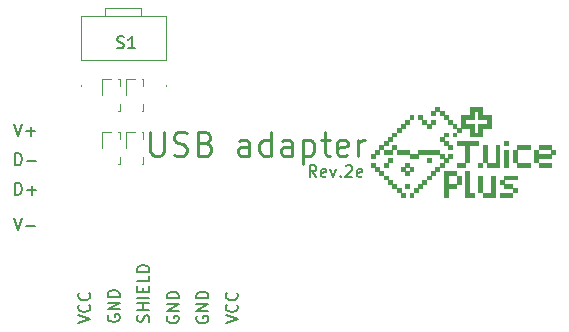
<source format=gto>
G04 #@! TF.GenerationSoftware,KiCad,Pcbnew,5.1.9+dfsg1-1+deb11u1*
G04 #@! TF.CreationDate,2023-07-30T21:54:34+09:00*
G04 #@! TF.ProjectId,tablet-usb-adapter,7461626c-6574-42d7-9573-622d61646170,rev?*
G04 #@! TF.SameCoordinates,Original*
G04 #@! TF.FileFunction,Legend,Top*
G04 #@! TF.FilePolarity,Positive*
%FSLAX46Y46*%
G04 Gerber Fmt 4.6, Leading zero omitted, Abs format (unit mm)*
G04 Created by KiCad (PCBNEW 5.1.9+dfsg1-1+deb11u1) date 2023-07-30 21:54:34*
%MOMM*%
%LPD*%
G01*
G04 APERTURE LIST*
%ADD10C,0.150000*%
%ADD11C,0.250000*%
%ADD12C,0.010000*%
%ADD13C,0.120000*%
%ADD14C,5.600000*%
%ADD15R,1.700000X1.700000*%
%ADD16O,1.700000X1.700000*%
%ADD17O,1.700000X1.950000*%
%ADD18C,3.500000*%
%ADD19R,1.524000X1.524000*%
%ADD20C,1.524000*%
%ADD21R,1.600000X1.600000*%
%ADD22O,1.600000X1.600000*%
%ADD23C,2.000000*%
%ADD24R,1.000000X1.000000*%
G04 APERTURE END LIST*
D10*
X125607142Y-77952380D02*
X125273809Y-77476190D01*
X125035714Y-77952380D02*
X125035714Y-76952380D01*
X125416666Y-76952380D01*
X125511904Y-77000000D01*
X125559523Y-77047619D01*
X125607142Y-77142857D01*
X125607142Y-77285714D01*
X125559523Y-77380952D01*
X125511904Y-77428571D01*
X125416666Y-77476190D01*
X125035714Y-77476190D01*
X126416666Y-77904761D02*
X126321428Y-77952380D01*
X126130952Y-77952380D01*
X126035714Y-77904761D01*
X125988095Y-77809523D01*
X125988095Y-77428571D01*
X126035714Y-77333333D01*
X126130952Y-77285714D01*
X126321428Y-77285714D01*
X126416666Y-77333333D01*
X126464285Y-77428571D01*
X126464285Y-77523809D01*
X125988095Y-77619047D01*
X126797619Y-77285714D02*
X127035714Y-77952380D01*
X127273809Y-77285714D01*
X127654761Y-77857142D02*
X127702380Y-77904761D01*
X127654761Y-77952380D01*
X127607142Y-77904761D01*
X127654761Y-77857142D01*
X127654761Y-77952380D01*
X128083333Y-77047619D02*
X128130952Y-77000000D01*
X128226190Y-76952380D01*
X128464285Y-76952380D01*
X128559523Y-77000000D01*
X128607142Y-77047619D01*
X128654761Y-77142857D01*
X128654761Y-77238095D01*
X128607142Y-77380952D01*
X128035714Y-77952380D01*
X128654761Y-77952380D01*
X129464285Y-77904761D02*
X129369047Y-77952380D01*
X129178571Y-77952380D01*
X129083333Y-77904761D01*
X129035714Y-77809523D01*
X129035714Y-77428571D01*
X129083333Y-77333333D01*
X129178571Y-77285714D01*
X129369047Y-77285714D01*
X129464285Y-77333333D01*
X129511904Y-77428571D01*
X129511904Y-77523809D01*
X129035714Y-77619047D01*
D11*
X111547619Y-74154761D02*
X111547619Y-75773809D01*
X111642857Y-75964285D01*
X111738095Y-76059523D01*
X111928571Y-76154761D01*
X112309523Y-76154761D01*
X112500000Y-76059523D01*
X112595238Y-75964285D01*
X112690476Y-75773809D01*
X112690476Y-74154761D01*
X113547619Y-76059523D02*
X113833333Y-76154761D01*
X114309523Y-76154761D01*
X114500000Y-76059523D01*
X114595238Y-75964285D01*
X114690476Y-75773809D01*
X114690476Y-75583333D01*
X114595238Y-75392857D01*
X114500000Y-75297619D01*
X114309523Y-75202380D01*
X113928571Y-75107142D01*
X113738095Y-75011904D01*
X113642857Y-74916666D01*
X113547619Y-74726190D01*
X113547619Y-74535714D01*
X113642857Y-74345238D01*
X113738095Y-74250000D01*
X113928571Y-74154761D01*
X114404761Y-74154761D01*
X114690476Y-74250000D01*
X116214285Y-75107142D02*
X116500000Y-75202380D01*
X116595238Y-75297619D01*
X116690476Y-75488095D01*
X116690476Y-75773809D01*
X116595238Y-75964285D01*
X116500000Y-76059523D01*
X116309523Y-76154761D01*
X115547619Y-76154761D01*
X115547619Y-74154761D01*
X116214285Y-74154761D01*
X116404761Y-74250000D01*
X116500000Y-74345238D01*
X116595238Y-74535714D01*
X116595238Y-74726190D01*
X116500000Y-74916666D01*
X116404761Y-75011904D01*
X116214285Y-75107142D01*
X115547619Y-75107142D01*
X119928571Y-76154761D02*
X119928571Y-75107142D01*
X119833333Y-74916666D01*
X119642857Y-74821428D01*
X119261904Y-74821428D01*
X119071428Y-74916666D01*
X119928571Y-76059523D02*
X119738095Y-76154761D01*
X119261904Y-76154761D01*
X119071428Y-76059523D01*
X118976190Y-75869047D01*
X118976190Y-75678571D01*
X119071428Y-75488095D01*
X119261904Y-75392857D01*
X119738095Y-75392857D01*
X119928571Y-75297619D01*
X121738095Y-76154761D02*
X121738095Y-74154761D01*
X121738095Y-76059523D02*
X121547619Y-76154761D01*
X121166666Y-76154761D01*
X120976190Y-76059523D01*
X120880952Y-75964285D01*
X120785714Y-75773809D01*
X120785714Y-75202380D01*
X120880952Y-75011904D01*
X120976190Y-74916666D01*
X121166666Y-74821428D01*
X121547619Y-74821428D01*
X121738095Y-74916666D01*
X123547619Y-76154761D02*
X123547619Y-75107142D01*
X123452380Y-74916666D01*
X123261904Y-74821428D01*
X122880952Y-74821428D01*
X122690476Y-74916666D01*
X123547619Y-76059523D02*
X123357142Y-76154761D01*
X122880952Y-76154761D01*
X122690476Y-76059523D01*
X122595238Y-75869047D01*
X122595238Y-75678571D01*
X122690476Y-75488095D01*
X122880952Y-75392857D01*
X123357142Y-75392857D01*
X123547619Y-75297619D01*
X124500000Y-74821428D02*
X124500000Y-76821428D01*
X124500000Y-74916666D02*
X124690476Y-74821428D01*
X125071428Y-74821428D01*
X125261904Y-74916666D01*
X125357142Y-75011904D01*
X125452380Y-75202380D01*
X125452380Y-75773809D01*
X125357142Y-75964285D01*
X125261904Y-76059523D01*
X125071428Y-76154761D01*
X124690476Y-76154761D01*
X124500000Y-76059523D01*
X126023809Y-74821428D02*
X126785714Y-74821428D01*
X126309523Y-74154761D02*
X126309523Y-75869047D01*
X126404761Y-76059523D01*
X126595238Y-76154761D01*
X126785714Y-76154761D01*
X128214285Y-76059523D02*
X128023809Y-76154761D01*
X127642857Y-76154761D01*
X127452380Y-76059523D01*
X127357142Y-75869047D01*
X127357142Y-75107142D01*
X127452380Y-74916666D01*
X127642857Y-74821428D01*
X128023809Y-74821428D01*
X128214285Y-74916666D01*
X128309523Y-75107142D01*
X128309523Y-75297619D01*
X127357142Y-75488095D01*
X129166666Y-76154761D02*
X129166666Y-74821428D01*
X129166666Y-75202380D02*
X129261904Y-75011904D01*
X129357142Y-74916666D01*
X129547619Y-74821428D01*
X129738095Y-74821428D01*
D10*
X113000000Y-89761904D02*
X112952380Y-89857142D01*
X112952380Y-90000000D01*
X113000000Y-90142857D01*
X113095238Y-90238095D01*
X113190476Y-90285714D01*
X113380952Y-90333333D01*
X113523809Y-90333333D01*
X113714285Y-90285714D01*
X113809523Y-90238095D01*
X113904761Y-90142857D01*
X113952380Y-90000000D01*
X113952380Y-89904761D01*
X113904761Y-89761904D01*
X113857142Y-89714285D01*
X113523809Y-89714285D01*
X113523809Y-89904761D01*
X113952380Y-89285714D02*
X112952380Y-89285714D01*
X113952380Y-88714285D01*
X112952380Y-88714285D01*
X113952380Y-88238095D02*
X112952380Y-88238095D01*
X112952380Y-88000000D01*
X113000000Y-87857142D01*
X113095238Y-87761904D01*
X113190476Y-87714285D01*
X113380952Y-87666666D01*
X113523809Y-87666666D01*
X113714285Y-87714285D01*
X113809523Y-87761904D01*
X113904761Y-87857142D01*
X113952380Y-88000000D01*
X113952380Y-88238095D01*
X111404761Y-90212023D02*
X111452380Y-90069166D01*
X111452380Y-89831071D01*
X111404761Y-89735833D01*
X111357142Y-89688214D01*
X111261904Y-89640595D01*
X111166666Y-89640595D01*
X111071428Y-89688214D01*
X111023809Y-89735833D01*
X110976190Y-89831071D01*
X110928571Y-90021547D01*
X110880952Y-90116785D01*
X110833333Y-90164404D01*
X110738095Y-90212023D01*
X110642857Y-90212023D01*
X110547619Y-90164404D01*
X110500000Y-90116785D01*
X110452380Y-90021547D01*
X110452380Y-89783452D01*
X110500000Y-89640595D01*
X111452380Y-89212023D02*
X110452380Y-89212023D01*
X110928571Y-89212023D02*
X110928571Y-88640595D01*
X111452380Y-88640595D02*
X110452380Y-88640595D01*
X111452380Y-88164404D02*
X110452380Y-88164404D01*
X110928571Y-87688214D02*
X110928571Y-87354880D01*
X111452380Y-87212023D02*
X111452380Y-87688214D01*
X110452380Y-87688214D01*
X110452380Y-87212023D01*
X111452380Y-86307261D02*
X111452380Y-86783452D01*
X110452380Y-86783452D01*
X111452380Y-85973928D02*
X110452380Y-85973928D01*
X110452380Y-85735833D01*
X110500000Y-85592976D01*
X110595238Y-85497738D01*
X110690476Y-85450119D01*
X110880952Y-85402500D01*
X111023809Y-85402500D01*
X111214285Y-85450119D01*
X111309523Y-85497738D01*
X111404761Y-85592976D01*
X111452380Y-85735833D01*
X111452380Y-85973928D01*
X115500000Y-89761904D02*
X115452380Y-89857142D01*
X115452380Y-90000000D01*
X115500000Y-90142857D01*
X115595238Y-90238095D01*
X115690476Y-90285714D01*
X115880952Y-90333333D01*
X116023809Y-90333333D01*
X116214285Y-90285714D01*
X116309523Y-90238095D01*
X116404761Y-90142857D01*
X116452380Y-90000000D01*
X116452380Y-89904761D01*
X116404761Y-89761904D01*
X116357142Y-89714285D01*
X116023809Y-89714285D01*
X116023809Y-89904761D01*
X116452380Y-89285714D02*
X115452380Y-89285714D01*
X116452380Y-88714285D01*
X115452380Y-88714285D01*
X116452380Y-88238095D02*
X115452380Y-88238095D01*
X115452380Y-88000000D01*
X115500000Y-87857142D01*
X115595238Y-87761904D01*
X115690476Y-87714285D01*
X115880952Y-87666666D01*
X116023809Y-87666666D01*
X116214285Y-87714285D01*
X116309523Y-87761904D01*
X116404761Y-87857142D01*
X116452380Y-88000000D01*
X116452380Y-88238095D01*
X117952380Y-90333333D02*
X118952380Y-90000000D01*
X117952380Y-89666666D01*
X118857142Y-88761904D02*
X118904761Y-88809523D01*
X118952380Y-88952380D01*
X118952380Y-89047619D01*
X118904761Y-89190476D01*
X118809523Y-89285714D01*
X118714285Y-89333333D01*
X118523809Y-89380952D01*
X118380952Y-89380952D01*
X118190476Y-89333333D01*
X118095238Y-89285714D01*
X118000000Y-89190476D01*
X117952380Y-89047619D01*
X117952380Y-88952380D01*
X118000000Y-88809523D01*
X118047619Y-88761904D01*
X118857142Y-87761904D02*
X118904761Y-87809523D01*
X118952380Y-87952380D01*
X118952380Y-88047619D01*
X118904761Y-88190476D01*
X118809523Y-88285714D01*
X118714285Y-88333333D01*
X118523809Y-88380952D01*
X118380952Y-88380952D01*
X118190476Y-88333333D01*
X118095238Y-88285714D01*
X118000000Y-88190476D01*
X117952380Y-88047619D01*
X117952380Y-87952380D01*
X118000000Y-87809523D01*
X118047619Y-87761904D01*
X105452380Y-90333333D02*
X106452380Y-90000000D01*
X105452380Y-89666666D01*
X106357142Y-88761904D02*
X106404761Y-88809523D01*
X106452380Y-88952380D01*
X106452380Y-89047619D01*
X106404761Y-89190476D01*
X106309523Y-89285714D01*
X106214285Y-89333333D01*
X106023809Y-89380952D01*
X105880952Y-89380952D01*
X105690476Y-89333333D01*
X105595238Y-89285714D01*
X105500000Y-89190476D01*
X105452380Y-89047619D01*
X105452380Y-88952380D01*
X105500000Y-88809523D01*
X105547619Y-88761904D01*
X106357142Y-87761904D02*
X106404761Y-87809523D01*
X106452380Y-87952380D01*
X106452380Y-88047619D01*
X106404761Y-88190476D01*
X106309523Y-88285714D01*
X106214285Y-88333333D01*
X106023809Y-88380952D01*
X105880952Y-88380952D01*
X105690476Y-88333333D01*
X105595238Y-88285714D01*
X105500000Y-88190476D01*
X105452380Y-88047619D01*
X105452380Y-87952380D01*
X105500000Y-87809523D01*
X105547619Y-87761904D01*
X108000000Y-89640595D02*
X107952380Y-89735833D01*
X107952380Y-89878690D01*
X108000000Y-90021547D01*
X108095238Y-90116785D01*
X108190476Y-90164404D01*
X108380952Y-90212023D01*
X108523809Y-90212023D01*
X108714285Y-90164404D01*
X108809523Y-90116785D01*
X108904761Y-90021547D01*
X108952380Y-89878690D01*
X108952380Y-89783452D01*
X108904761Y-89640595D01*
X108857142Y-89592976D01*
X108523809Y-89592976D01*
X108523809Y-89783452D01*
X108952380Y-89164404D02*
X107952380Y-89164404D01*
X108952380Y-88592976D01*
X107952380Y-88592976D01*
X108952380Y-88116785D02*
X107952380Y-88116785D01*
X107952380Y-87878690D01*
X108000000Y-87735833D01*
X108095238Y-87640595D01*
X108190476Y-87592976D01*
X108380952Y-87545357D01*
X108523809Y-87545357D01*
X108714285Y-87592976D01*
X108809523Y-87640595D01*
X108904761Y-87735833D01*
X108952380Y-87878690D01*
X108952380Y-88116785D01*
X100047619Y-81452380D02*
X100380952Y-82452380D01*
X100714285Y-81452380D01*
X101047619Y-82071428D02*
X101809523Y-82071428D01*
X100119047Y-79452380D02*
X100119047Y-78452380D01*
X100357142Y-78452380D01*
X100500000Y-78500000D01*
X100595238Y-78595238D01*
X100642857Y-78690476D01*
X100690476Y-78880952D01*
X100690476Y-79023809D01*
X100642857Y-79214285D01*
X100595238Y-79309523D01*
X100500000Y-79404761D01*
X100357142Y-79452380D01*
X100119047Y-79452380D01*
X101119047Y-79071428D02*
X101880952Y-79071428D01*
X101500000Y-79452380D02*
X101500000Y-78690476D01*
X100119047Y-76952380D02*
X100119047Y-75952380D01*
X100357142Y-75952380D01*
X100500000Y-76000000D01*
X100595238Y-76095238D01*
X100642857Y-76190476D01*
X100690476Y-76380952D01*
X100690476Y-76523809D01*
X100642857Y-76714285D01*
X100595238Y-76809523D01*
X100500000Y-76904761D01*
X100357142Y-76952380D01*
X100119047Y-76952380D01*
X101119047Y-76571428D02*
X101880952Y-76571428D01*
X100047619Y-73452380D02*
X100380952Y-74452380D01*
X100714285Y-73452380D01*
X101047619Y-74071428D02*
X101809523Y-74071428D01*
X101428571Y-74452380D02*
X101428571Y-73690476D01*
D12*
G36*
X139659467Y-72337934D02*
G01*
X139329267Y-72337934D01*
X139329267Y-72007734D01*
X139659467Y-72007734D01*
X139659467Y-72337934D01*
G37*
X139659467Y-72337934D02*
X139329267Y-72337934D01*
X139329267Y-72007734D01*
X139659467Y-72007734D01*
X139659467Y-72337934D01*
G36*
X139295400Y-72337934D02*
G01*
X138965200Y-72337934D01*
X138965200Y-72007734D01*
X139295400Y-72007734D01*
X139295400Y-72337934D01*
G37*
X139295400Y-72337934D02*
X138965200Y-72337934D01*
X138965200Y-72007734D01*
X139295400Y-72007734D01*
X139295400Y-72337934D01*
G36*
X138931334Y-72337934D02*
G01*
X138601134Y-72337934D01*
X138601134Y-72007734D01*
X138931334Y-72007734D01*
X138931334Y-72337934D01*
G37*
X138931334Y-72337934D02*
X138601134Y-72337934D01*
X138601134Y-72007734D01*
X138931334Y-72007734D01*
X138931334Y-72337934D01*
G36*
X136018800Y-72337934D02*
G01*
X135688600Y-72337934D01*
X135688600Y-72007734D01*
X136018800Y-72007734D01*
X136018800Y-72337934D01*
G37*
X136018800Y-72337934D02*
X135688600Y-72337934D01*
X135688600Y-72007734D01*
X136018800Y-72007734D01*
X136018800Y-72337934D01*
G36*
X139659467Y-72702000D02*
G01*
X139329267Y-72702000D01*
X139329267Y-72371800D01*
X139659467Y-72371800D01*
X139659467Y-72702000D01*
G37*
X139659467Y-72702000D02*
X139329267Y-72702000D01*
X139329267Y-72371800D01*
X139659467Y-72371800D01*
X139659467Y-72702000D01*
G36*
X138931334Y-72702000D02*
G01*
X138601134Y-72702000D01*
X138601134Y-72371800D01*
X138931334Y-72371800D01*
X138931334Y-72702000D01*
G37*
X138931334Y-72702000D02*
X138601134Y-72702000D01*
X138601134Y-72371800D01*
X138931334Y-72371800D01*
X138931334Y-72702000D01*
G36*
X136382867Y-72702000D02*
G01*
X136052667Y-72702000D01*
X136052667Y-72371800D01*
X136382867Y-72371800D01*
X136382867Y-72702000D01*
G37*
X136382867Y-72702000D02*
X136052667Y-72702000D01*
X136052667Y-72371800D01*
X136382867Y-72371800D01*
X136382867Y-72702000D01*
G36*
X135654734Y-72702000D02*
G01*
X135324534Y-72702000D01*
X135324534Y-72371800D01*
X135654734Y-72371800D01*
X135654734Y-72702000D01*
G37*
X135654734Y-72702000D02*
X135324534Y-72702000D01*
X135324534Y-72371800D01*
X135654734Y-72371800D01*
X135654734Y-72702000D01*
G36*
X140387600Y-73066067D02*
G01*
X140057400Y-73066067D01*
X140057400Y-72735867D01*
X140387600Y-72735867D01*
X140387600Y-73066067D01*
G37*
X140387600Y-73066067D02*
X140057400Y-73066067D01*
X140057400Y-72735867D01*
X140387600Y-72735867D01*
X140387600Y-73066067D01*
G36*
X140023534Y-73066067D02*
G01*
X139693334Y-73066067D01*
X139693334Y-72735867D01*
X140023534Y-72735867D01*
X140023534Y-73066067D01*
G37*
X140023534Y-73066067D02*
X139693334Y-73066067D01*
X139693334Y-72735867D01*
X140023534Y-72735867D01*
X140023534Y-73066067D01*
G36*
X139659467Y-73066067D02*
G01*
X139329267Y-73066067D01*
X139329267Y-72735867D01*
X139659467Y-72735867D01*
X139659467Y-73066067D01*
G37*
X139659467Y-73066067D02*
X139329267Y-73066067D01*
X139329267Y-72735867D01*
X139659467Y-72735867D01*
X139659467Y-73066067D01*
G36*
X138931334Y-73066067D02*
G01*
X138601134Y-73066067D01*
X138601134Y-72735867D01*
X138931334Y-72735867D01*
X138931334Y-73066067D01*
G37*
X138931334Y-73066067D02*
X138601134Y-73066067D01*
X138601134Y-72735867D01*
X138931334Y-72735867D01*
X138931334Y-73066067D01*
G36*
X138567267Y-73066067D02*
G01*
X138237067Y-73066067D01*
X138237067Y-72735867D01*
X138567267Y-72735867D01*
X138567267Y-73066067D01*
G37*
X138567267Y-73066067D02*
X138237067Y-73066067D01*
X138237067Y-72735867D01*
X138567267Y-72735867D01*
X138567267Y-73066067D01*
G36*
X138203200Y-73066067D02*
G01*
X137873000Y-73066067D01*
X137873000Y-72735867D01*
X138203200Y-72735867D01*
X138203200Y-73066067D01*
G37*
X138203200Y-73066067D02*
X137873000Y-73066067D01*
X137873000Y-72735867D01*
X138203200Y-72735867D01*
X138203200Y-73066067D01*
G36*
X136746933Y-73066067D02*
G01*
X136416733Y-73066067D01*
X136416733Y-72735867D01*
X136746933Y-72735867D01*
X136746933Y-73066067D01*
G37*
X136746933Y-73066067D02*
X136416733Y-73066067D01*
X136416733Y-72735867D01*
X136746933Y-72735867D01*
X136746933Y-73066067D01*
G36*
X134562534Y-73066067D02*
G01*
X134232334Y-73066067D01*
X134232334Y-72735867D01*
X134562534Y-72735867D01*
X134562534Y-73066067D01*
G37*
X134562534Y-73066067D02*
X134232334Y-73066067D01*
X134232334Y-72735867D01*
X134562534Y-72735867D01*
X134562534Y-73066067D01*
G36*
X133834400Y-73066067D02*
G01*
X133504200Y-73066067D01*
X133504200Y-72735867D01*
X133834400Y-72735867D01*
X133834400Y-73066067D01*
G37*
X133834400Y-73066067D02*
X133504200Y-73066067D01*
X133504200Y-72735867D01*
X133834400Y-72735867D01*
X133834400Y-73066067D01*
G36*
X138203200Y-73430133D02*
G01*
X137873000Y-73430133D01*
X137873000Y-73099934D01*
X138203200Y-73099934D01*
X138203200Y-73430133D01*
G37*
X138203200Y-73430133D02*
X137873000Y-73430133D01*
X137873000Y-73099934D01*
X138203200Y-73099934D01*
X138203200Y-73430133D01*
G36*
X137111000Y-73430133D02*
G01*
X136780800Y-73430133D01*
X136780800Y-73099934D01*
X137111000Y-73099934D01*
X137111000Y-73430133D01*
G37*
X137111000Y-73430133D02*
X136780800Y-73430133D01*
X136780800Y-73099934D01*
X137111000Y-73099934D01*
X137111000Y-73430133D01*
G36*
X135654734Y-73430133D02*
G01*
X135324534Y-73430133D01*
X135324534Y-73099934D01*
X135654734Y-73099934D01*
X135654734Y-73430133D01*
G37*
X135654734Y-73430133D02*
X135324534Y-73430133D01*
X135324534Y-73099934D01*
X135654734Y-73099934D01*
X135654734Y-73430133D01*
G36*
X134926600Y-73430133D02*
G01*
X134596400Y-73430133D01*
X134596400Y-73099934D01*
X134926600Y-73099934D01*
X134926600Y-73430133D01*
G37*
X134926600Y-73430133D02*
X134596400Y-73430133D01*
X134596400Y-73099934D01*
X134926600Y-73099934D01*
X134926600Y-73430133D01*
G36*
X133470333Y-73430133D02*
G01*
X133140133Y-73430133D01*
X133140133Y-73099934D01*
X133470333Y-73099934D01*
X133470333Y-73430133D01*
G37*
X133470333Y-73430133D02*
X133140133Y-73430133D01*
X133140133Y-73099934D01*
X133470333Y-73099934D01*
X133470333Y-73430133D01*
G36*
X140387600Y-73438600D02*
G01*
X140057400Y-73438600D01*
X140057400Y-73108400D01*
X140387600Y-73108400D01*
X140387600Y-73438600D01*
G37*
X140387600Y-73438600D02*
X140057400Y-73438600D01*
X140057400Y-73108400D01*
X140387600Y-73108400D01*
X140387600Y-73438600D01*
G36*
X140387600Y-73794200D02*
G01*
X140057400Y-73794200D01*
X140057400Y-73464000D01*
X140387600Y-73464000D01*
X140387600Y-73794200D01*
G37*
X140387600Y-73794200D02*
X140057400Y-73794200D01*
X140057400Y-73464000D01*
X140387600Y-73464000D01*
X140387600Y-73794200D01*
G36*
X140023534Y-73794200D02*
G01*
X139693334Y-73794200D01*
X139693334Y-73464000D01*
X140023534Y-73464000D01*
X140023534Y-73794200D01*
G37*
X140023534Y-73794200D02*
X139693334Y-73794200D01*
X139693334Y-73464000D01*
X140023534Y-73464000D01*
X140023534Y-73794200D01*
G36*
X139659467Y-73794200D02*
G01*
X139329267Y-73794200D01*
X139329267Y-73464000D01*
X139659467Y-73464000D01*
X139659467Y-73794200D01*
G37*
X139659467Y-73794200D02*
X139329267Y-73794200D01*
X139329267Y-73464000D01*
X139659467Y-73464000D01*
X139659467Y-73794200D01*
G36*
X138931334Y-73794200D02*
G01*
X138601134Y-73794200D01*
X138601134Y-73464000D01*
X138931334Y-73464000D01*
X138931334Y-73794200D01*
G37*
X138931334Y-73794200D02*
X138601134Y-73794200D01*
X138601134Y-73464000D01*
X138931334Y-73464000D01*
X138931334Y-73794200D01*
G36*
X138567267Y-73794200D02*
G01*
X138237067Y-73794200D01*
X138237067Y-73464000D01*
X138567267Y-73464000D01*
X138567267Y-73794200D01*
G37*
X138567267Y-73794200D02*
X138237067Y-73794200D01*
X138237067Y-73464000D01*
X138567267Y-73464000D01*
X138567267Y-73794200D01*
G36*
X138203200Y-73794200D02*
G01*
X137873000Y-73794200D01*
X137873000Y-73464000D01*
X138203200Y-73464000D01*
X138203200Y-73794200D01*
G37*
X138203200Y-73794200D02*
X137873000Y-73794200D01*
X137873000Y-73464000D01*
X138203200Y-73464000D01*
X138203200Y-73794200D01*
G36*
X137475067Y-73794200D02*
G01*
X137144867Y-73794200D01*
X137144867Y-73464000D01*
X137475067Y-73464000D01*
X137475067Y-73794200D01*
G37*
X137475067Y-73794200D02*
X137144867Y-73794200D01*
X137144867Y-73464000D01*
X137475067Y-73464000D01*
X137475067Y-73794200D01*
G36*
X135290667Y-73794200D02*
G01*
X134960467Y-73794200D01*
X134960467Y-73464000D01*
X135290667Y-73464000D01*
X135290667Y-73794200D01*
G37*
X135290667Y-73794200D02*
X134960467Y-73794200D01*
X134960467Y-73464000D01*
X135290667Y-73464000D01*
X135290667Y-73794200D01*
G36*
X133106267Y-73794200D02*
G01*
X132776067Y-73794200D01*
X132776067Y-73464000D01*
X133106267Y-73464000D01*
X133106267Y-73794200D01*
G37*
X133106267Y-73794200D02*
X132776067Y-73794200D01*
X132776067Y-73464000D01*
X133106267Y-73464000D01*
X133106267Y-73794200D01*
G36*
X139659467Y-74158267D02*
G01*
X139329267Y-74158267D01*
X139329267Y-73828067D01*
X139659467Y-73828067D01*
X139659467Y-74158267D01*
G37*
X139659467Y-74158267D02*
X139329267Y-74158267D01*
X139329267Y-73828067D01*
X139659467Y-73828067D01*
X139659467Y-74158267D01*
G36*
X138931334Y-74158267D02*
G01*
X138601134Y-74158267D01*
X138601134Y-73828067D01*
X138931334Y-73828067D01*
X138931334Y-74158267D01*
G37*
X138931334Y-74158267D02*
X138601134Y-74158267D01*
X138601134Y-73828067D01*
X138931334Y-73828067D01*
X138931334Y-74158267D01*
G36*
X137839133Y-74158267D02*
G01*
X137508933Y-74158267D01*
X137508933Y-73828067D01*
X137839133Y-73828067D01*
X137839133Y-74158267D01*
G37*
X137839133Y-74158267D02*
X137508933Y-74158267D01*
X137508933Y-73828067D01*
X137839133Y-73828067D01*
X137839133Y-74158267D01*
G36*
X132742200Y-74158267D02*
G01*
X132412000Y-74158267D01*
X132412000Y-73828067D01*
X132742200Y-73828067D01*
X132742200Y-74158267D01*
G37*
X132742200Y-74158267D02*
X132412000Y-74158267D01*
X132412000Y-73828067D01*
X132742200Y-73828067D01*
X132742200Y-74158267D01*
G36*
X139659467Y-74522334D02*
G01*
X139329267Y-74522334D01*
X139329267Y-74192134D01*
X139659467Y-74192134D01*
X139659467Y-74522334D01*
G37*
X139659467Y-74522334D02*
X139329267Y-74522334D01*
X139329267Y-74192134D01*
X139659467Y-74192134D01*
X139659467Y-74522334D01*
G36*
X139295400Y-74522334D02*
G01*
X138965200Y-74522334D01*
X138965200Y-74192134D01*
X139295400Y-74192134D01*
X139295400Y-74522334D01*
G37*
X139295400Y-74522334D02*
X138965200Y-74522334D01*
X138965200Y-74192134D01*
X139295400Y-74192134D01*
X139295400Y-74522334D01*
G36*
X138931334Y-74522334D02*
G01*
X138601134Y-74522334D01*
X138601134Y-74192134D01*
X138931334Y-74192134D01*
X138931334Y-74522334D01*
G37*
X138931334Y-74522334D02*
X138601134Y-74522334D01*
X138601134Y-74192134D01*
X138931334Y-74192134D01*
X138931334Y-74522334D01*
G36*
X137475067Y-74522334D02*
G01*
X137144867Y-74522334D01*
X137144867Y-74192134D01*
X137475067Y-74192134D01*
X137475067Y-74522334D01*
G37*
X137475067Y-74522334D02*
X137144867Y-74522334D01*
X137144867Y-74192134D01*
X137475067Y-74192134D01*
X137475067Y-74522334D01*
G36*
X136746933Y-74522334D02*
G01*
X136416733Y-74522334D01*
X136416733Y-74192134D01*
X136746933Y-74192134D01*
X136746933Y-74522334D01*
G37*
X136746933Y-74522334D02*
X136416733Y-74522334D01*
X136416733Y-74192134D01*
X136746933Y-74192134D01*
X136746933Y-74522334D01*
G36*
X132378134Y-74522334D02*
G01*
X132047934Y-74522334D01*
X132047934Y-74192134D01*
X132378134Y-74192134D01*
X132378134Y-74522334D01*
G37*
X132378134Y-74522334D02*
X132047934Y-74522334D01*
X132047934Y-74192134D01*
X132378134Y-74192134D01*
X132378134Y-74522334D01*
G36*
X136382867Y-74886400D02*
G01*
X136052667Y-74886400D01*
X136052667Y-74556200D01*
X136382867Y-74556200D01*
X136382867Y-74886400D01*
G37*
X136382867Y-74886400D02*
X136052667Y-74886400D01*
X136052667Y-74556200D01*
X136382867Y-74556200D01*
X136382867Y-74886400D01*
G36*
X132014067Y-74886400D02*
G01*
X131683867Y-74886400D01*
X131683867Y-74556200D01*
X132014067Y-74556200D01*
X132014067Y-74886400D01*
G37*
X132014067Y-74886400D02*
X131683867Y-74886400D01*
X131683867Y-74556200D01*
X132014067Y-74556200D01*
X132014067Y-74886400D01*
G36*
X141843867Y-75250467D02*
G01*
X141513667Y-75250467D01*
X141513667Y-74920267D01*
X141843867Y-74920267D01*
X141843867Y-75250467D01*
G37*
X141843867Y-75250467D02*
X141513667Y-75250467D01*
X141513667Y-74920267D01*
X141843867Y-74920267D01*
X141843867Y-75250467D01*
G36*
X139295400Y-75250467D02*
G01*
X138965200Y-75250467D01*
X138965200Y-74920267D01*
X139295400Y-74920267D01*
X139295400Y-75250467D01*
G37*
X139295400Y-75250467D02*
X138965200Y-75250467D01*
X138965200Y-74920267D01*
X139295400Y-74920267D01*
X139295400Y-75250467D01*
G36*
X138931334Y-75250467D02*
G01*
X138601134Y-75250467D01*
X138601134Y-74920267D01*
X138931334Y-74920267D01*
X138931334Y-75250467D01*
G37*
X138931334Y-75250467D02*
X138601134Y-75250467D01*
X138601134Y-74920267D01*
X138931334Y-74920267D01*
X138931334Y-75250467D01*
G36*
X138567267Y-75250467D02*
G01*
X138237067Y-75250467D01*
X138237067Y-74920267D01*
X138567267Y-74920267D01*
X138567267Y-75250467D01*
G37*
X138567267Y-75250467D02*
X138237067Y-75250467D01*
X138237067Y-74920267D01*
X138567267Y-74920267D01*
X138567267Y-75250467D01*
G36*
X138203200Y-75250467D02*
G01*
X137873000Y-75250467D01*
X137873000Y-74920267D01*
X138203200Y-74920267D01*
X138203200Y-75250467D01*
G37*
X138203200Y-75250467D02*
X137873000Y-75250467D01*
X137873000Y-74920267D01*
X138203200Y-74920267D01*
X138203200Y-75250467D01*
G36*
X137839133Y-75250467D02*
G01*
X137508933Y-75250467D01*
X137508933Y-74920267D01*
X137839133Y-74920267D01*
X137839133Y-75250467D01*
G37*
X137839133Y-75250467D02*
X137508933Y-75250467D01*
X137508933Y-74920267D01*
X137839133Y-74920267D01*
X137839133Y-75250467D01*
G36*
X136746933Y-75250467D02*
G01*
X136416733Y-75250467D01*
X136416733Y-74920267D01*
X136746933Y-74920267D01*
X136746933Y-75250467D01*
G37*
X136746933Y-75250467D02*
X136416733Y-75250467D01*
X136416733Y-74920267D01*
X136746933Y-74920267D01*
X136746933Y-75250467D01*
G36*
X131650000Y-75250467D02*
G01*
X131319800Y-75250467D01*
X131319800Y-74920267D01*
X131650000Y-74920267D01*
X131650000Y-75250467D01*
G37*
X131650000Y-75250467D02*
X131319800Y-75250467D01*
X131319800Y-74920267D01*
X131650000Y-74920267D01*
X131650000Y-75250467D01*
G36*
X145484533Y-75614533D02*
G01*
X145154333Y-75614533D01*
X145154333Y-75284333D01*
X145484533Y-75284333D01*
X145484533Y-75614533D01*
G37*
X145484533Y-75614533D02*
X145154333Y-75614533D01*
X145154333Y-75284333D01*
X145484533Y-75284333D01*
X145484533Y-75614533D01*
G36*
X145120467Y-75614533D02*
G01*
X144790267Y-75614533D01*
X144790267Y-75284333D01*
X145120467Y-75284333D01*
X145120467Y-75614533D01*
G37*
X145120467Y-75614533D02*
X144790267Y-75614533D01*
X144790267Y-75284333D01*
X145120467Y-75284333D01*
X145120467Y-75614533D01*
G36*
X144756400Y-75614533D02*
G01*
X144426200Y-75614533D01*
X144426200Y-75284333D01*
X144756400Y-75284333D01*
X144756400Y-75614533D01*
G37*
X144756400Y-75614533D02*
X144426200Y-75614533D01*
X144426200Y-75284333D01*
X144756400Y-75284333D01*
X144756400Y-75614533D01*
G36*
X143664200Y-75614533D02*
G01*
X143334000Y-75614533D01*
X143334000Y-75284333D01*
X143664200Y-75284333D01*
X143664200Y-75614533D01*
G37*
X143664200Y-75614533D02*
X143334000Y-75614533D01*
X143334000Y-75284333D01*
X143664200Y-75284333D01*
X143664200Y-75614533D01*
G36*
X143300133Y-75614533D02*
G01*
X142969933Y-75614533D01*
X142969933Y-75284333D01*
X143300133Y-75284333D01*
X143300133Y-75614533D01*
G37*
X143300133Y-75614533D02*
X142969933Y-75614533D01*
X142969933Y-75284333D01*
X143300133Y-75284333D01*
X143300133Y-75614533D01*
G36*
X142936067Y-75614533D02*
G01*
X142605867Y-75614533D01*
X142605867Y-75284333D01*
X142936067Y-75284333D01*
X142936067Y-75614533D01*
G37*
X142936067Y-75614533D02*
X142605867Y-75614533D01*
X142605867Y-75284333D01*
X142936067Y-75284333D01*
X142936067Y-75614533D01*
G36*
X141115734Y-75614533D02*
G01*
X140785534Y-75614533D01*
X140785534Y-75284333D01*
X141115734Y-75284333D01*
X141115734Y-75614533D01*
G37*
X141115734Y-75614533D02*
X140785534Y-75614533D01*
X140785534Y-75284333D01*
X141115734Y-75284333D01*
X141115734Y-75614533D01*
G36*
X140023534Y-75614533D02*
G01*
X139693334Y-75614533D01*
X139693334Y-75284333D01*
X140023534Y-75284333D01*
X140023534Y-75614533D01*
G37*
X140023534Y-75614533D02*
X139693334Y-75614533D01*
X139693334Y-75284333D01*
X140023534Y-75284333D01*
X140023534Y-75614533D01*
G36*
X138567267Y-75614533D02*
G01*
X138237067Y-75614533D01*
X138237067Y-75284333D01*
X138567267Y-75284333D01*
X138567267Y-75614533D01*
G37*
X138567267Y-75614533D02*
X138237067Y-75614533D01*
X138237067Y-75284333D01*
X138567267Y-75284333D01*
X138567267Y-75614533D01*
G36*
X137111000Y-75614533D02*
G01*
X136780800Y-75614533D01*
X136780800Y-75284333D01*
X137111000Y-75284333D01*
X137111000Y-75614533D01*
G37*
X137111000Y-75614533D02*
X136780800Y-75614533D01*
X136780800Y-75284333D01*
X137111000Y-75284333D01*
X137111000Y-75614533D01*
G36*
X132378134Y-75614533D02*
G01*
X132047934Y-75614533D01*
X132047934Y-75284333D01*
X132378134Y-75284333D01*
X132378134Y-75614533D01*
G37*
X132378134Y-75614533D02*
X132047934Y-75614533D01*
X132047934Y-75284333D01*
X132378134Y-75284333D01*
X132378134Y-75614533D01*
G36*
X131285933Y-75614533D02*
G01*
X130955734Y-75614533D01*
X130955734Y-75284333D01*
X131285933Y-75284333D01*
X131285933Y-75614533D01*
G37*
X131285933Y-75614533D02*
X130955734Y-75614533D01*
X130955734Y-75284333D01*
X131285933Y-75284333D01*
X131285933Y-75614533D01*
G36*
X145848600Y-75978600D02*
G01*
X145518400Y-75978600D01*
X145518400Y-75648400D01*
X145848600Y-75648400D01*
X145848600Y-75978600D01*
G37*
X145848600Y-75978600D02*
X145518400Y-75978600D01*
X145518400Y-75648400D01*
X145848600Y-75648400D01*
X145848600Y-75978600D01*
G36*
X144392333Y-75978600D02*
G01*
X144062133Y-75978600D01*
X144062133Y-75648400D01*
X144392333Y-75648400D01*
X144392333Y-75978600D01*
G37*
X144392333Y-75978600D02*
X144062133Y-75978600D01*
X144062133Y-75648400D01*
X144392333Y-75648400D01*
X144392333Y-75978600D01*
G36*
X142572000Y-75978600D02*
G01*
X142241800Y-75978600D01*
X142241800Y-75648400D01*
X142572000Y-75648400D01*
X142572000Y-75978600D01*
G37*
X142572000Y-75978600D02*
X142241800Y-75978600D01*
X142241800Y-75648400D01*
X142572000Y-75648400D01*
X142572000Y-75978600D01*
G36*
X141843867Y-75978600D02*
G01*
X141513667Y-75978600D01*
X141513667Y-75648400D01*
X141843867Y-75648400D01*
X141843867Y-75978600D01*
G37*
X141843867Y-75978600D02*
X141513667Y-75978600D01*
X141513667Y-75648400D01*
X141843867Y-75648400D01*
X141843867Y-75978600D01*
G36*
X141115734Y-75978600D02*
G01*
X140785534Y-75978600D01*
X140785534Y-75648400D01*
X141115734Y-75648400D01*
X141115734Y-75978600D01*
G37*
X141115734Y-75978600D02*
X140785534Y-75978600D01*
X140785534Y-75648400D01*
X141115734Y-75648400D01*
X141115734Y-75978600D01*
G36*
X140023534Y-75978600D02*
G01*
X139693334Y-75978600D01*
X139693334Y-75648400D01*
X140023534Y-75648400D01*
X140023534Y-75978600D01*
G37*
X140023534Y-75978600D02*
X139693334Y-75978600D01*
X139693334Y-75648400D01*
X140023534Y-75648400D01*
X140023534Y-75978600D01*
G36*
X138567267Y-75978600D02*
G01*
X138237067Y-75978600D01*
X138237067Y-75648400D01*
X138567267Y-75648400D01*
X138567267Y-75978600D01*
G37*
X138567267Y-75978600D02*
X138237067Y-75978600D01*
X138237067Y-75648400D01*
X138567267Y-75648400D01*
X138567267Y-75978600D01*
G36*
X136018800Y-75978600D02*
G01*
X135688600Y-75978600D01*
X135688600Y-75648400D01*
X136018800Y-75648400D01*
X136018800Y-75978600D01*
G37*
X136018800Y-75978600D02*
X135688600Y-75978600D01*
X135688600Y-75648400D01*
X136018800Y-75648400D01*
X136018800Y-75978600D01*
G36*
X135654734Y-75978600D02*
G01*
X135324534Y-75978600D01*
X135324534Y-75648400D01*
X135654734Y-75648400D01*
X135654734Y-75978600D01*
G37*
X135654734Y-75978600D02*
X135324534Y-75978600D01*
X135324534Y-75648400D01*
X135654734Y-75648400D01*
X135654734Y-75978600D01*
G36*
X135290667Y-75978600D02*
G01*
X134960467Y-75978600D01*
X134960467Y-75648400D01*
X135290667Y-75648400D01*
X135290667Y-75978600D01*
G37*
X135290667Y-75978600D02*
X134960467Y-75978600D01*
X134960467Y-75648400D01*
X135290667Y-75648400D01*
X135290667Y-75978600D01*
G36*
X134926600Y-75978600D02*
G01*
X134596400Y-75978600D01*
X134596400Y-75648400D01*
X134926600Y-75648400D01*
X134926600Y-75978600D01*
G37*
X134926600Y-75978600D02*
X134596400Y-75978600D01*
X134596400Y-75648400D01*
X134926600Y-75648400D01*
X134926600Y-75978600D01*
G36*
X134562534Y-75978600D02*
G01*
X134232334Y-75978600D01*
X134232334Y-75648400D01*
X134562534Y-75648400D01*
X134562534Y-75978600D01*
G37*
X134562534Y-75978600D02*
X134232334Y-75978600D01*
X134232334Y-75648400D01*
X134562534Y-75648400D01*
X134562534Y-75978600D01*
G36*
X133470333Y-75978600D02*
G01*
X133140133Y-75978600D01*
X133140133Y-75648400D01*
X133470333Y-75648400D01*
X133470333Y-75978600D01*
G37*
X133470333Y-75978600D02*
X133140133Y-75978600D01*
X133140133Y-75648400D01*
X133470333Y-75648400D01*
X133470333Y-75978600D01*
G36*
X133106267Y-75978600D02*
G01*
X132776067Y-75978600D01*
X132776067Y-75648400D01*
X133106267Y-75648400D01*
X133106267Y-75978600D01*
G37*
X133106267Y-75978600D02*
X132776067Y-75978600D01*
X132776067Y-75648400D01*
X133106267Y-75648400D01*
X133106267Y-75978600D01*
G36*
X132742200Y-75978600D02*
G01*
X132412000Y-75978600D01*
X132412000Y-75648400D01*
X132742200Y-75648400D01*
X132742200Y-75978600D01*
G37*
X132742200Y-75978600D02*
X132412000Y-75978600D01*
X132412000Y-75648400D01*
X132742200Y-75648400D01*
X132742200Y-75978600D01*
G36*
X132014067Y-75978600D02*
G01*
X131683867Y-75978600D01*
X131683867Y-75648400D01*
X132014067Y-75648400D01*
X132014067Y-75978600D01*
G37*
X132014067Y-75978600D02*
X131683867Y-75978600D01*
X131683867Y-75648400D01*
X132014067Y-75648400D01*
X132014067Y-75978600D01*
G36*
X131650000Y-75978600D02*
G01*
X131319800Y-75978600D01*
X131319800Y-75648400D01*
X131650000Y-75648400D01*
X131650000Y-75978600D01*
G37*
X131650000Y-75978600D02*
X131319800Y-75978600D01*
X131319800Y-75648400D01*
X131650000Y-75648400D01*
X131650000Y-75978600D01*
G36*
X130921867Y-75978600D02*
G01*
X130591667Y-75978600D01*
X130591667Y-75648400D01*
X130921867Y-75648400D01*
X130921867Y-75978600D01*
G37*
X130921867Y-75978600D02*
X130591667Y-75978600D01*
X130591667Y-75648400D01*
X130921867Y-75648400D01*
X130921867Y-75978600D01*
G36*
X145484533Y-76342667D02*
G01*
X145154333Y-76342667D01*
X145154333Y-76012467D01*
X145484533Y-76012467D01*
X145484533Y-76342667D01*
G37*
X145484533Y-76342667D02*
X145154333Y-76342667D01*
X145154333Y-76012467D01*
X145484533Y-76012467D01*
X145484533Y-76342667D01*
G36*
X145120467Y-76342667D02*
G01*
X144790267Y-76342667D01*
X144790267Y-76012467D01*
X145120467Y-76012467D01*
X145120467Y-76342667D01*
G37*
X145120467Y-76342667D02*
X144790267Y-76342667D01*
X144790267Y-76012467D01*
X145120467Y-76012467D01*
X145120467Y-76342667D01*
G36*
X144756400Y-76342667D02*
G01*
X144426200Y-76342667D01*
X144426200Y-76012467D01*
X144756400Y-76012467D01*
X144756400Y-76342667D01*
G37*
X144756400Y-76342667D02*
X144426200Y-76342667D01*
X144426200Y-76012467D01*
X144756400Y-76012467D01*
X144756400Y-76342667D01*
G36*
X144392333Y-76342667D02*
G01*
X144062133Y-76342667D01*
X144062133Y-76012467D01*
X144392333Y-76012467D01*
X144392333Y-76342667D01*
G37*
X144392333Y-76342667D02*
X144062133Y-76342667D01*
X144062133Y-76012467D01*
X144392333Y-76012467D01*
X144392333Y-76342667D01*
G36*
X142572000Y-76342667D02*
G01*
X142241800Y-76342667D01*
X142241800Y-76012467D01*
X142572000Y-76012467D01*
X142572000Y-76342667D01*
G37*
X142572000Y-76342667D02*
X142241800Y-76342667D01*
X142241800Y-76012467D01*
X142572000Y-76012467D01*
X142572000Y-76342667D01*
G36*
X141843867Y-76342667D02*
G01*
X141513667Y-76342667D01*
X141513667Y-76012467D01*
X141843867Y-76012467D01*
X141843867Y-76342667D01*
G37*
X141843867Y-76342667D02*
X141513667Y-76342667D01*
X141513667Y-76012467D01*
X141843867Y-76012467D01*
X141843867Y-76342667D01*
G36*
X141115734Y-76342667D02*
G01*
X140785534Y-76342667D01*
X140785534Y-76012467D01*
X141115734Y-76012467D01*
X141115734Y-76342667D01*
G37*
X141115734Y-76342667D02*
X140785534Y-76342667D01*
X140785534Y-76012467D01*
X141115734Y-76012467D01*
X141115734Y-76342667D01*
G36*
X140023534Y-76342667D02*
G01*
X139693334Y-76342667D01*
X139693334Y-76012467D01*
X140023534Y-76012467D01*
X140023534Y-76342667D01*
G37*
X140023534Y-76342667D02*
X139693334Y-76342667D01*
X139693334Y-76012467D01*
X140023534Y-76012467D01*
X140023534Y-76342667D01*
G36*
X138567267Y-76342667D02*
G01*
X138237067Y-76342667D01*
X138237067Y-76012467D01*
X138567267Y-76012467D01*
X138567267Y-76342667D01*
G37*
X138567267Y-76342667D02*
X138237067Y-76342667D01*
X138237067Y-76012467D01*
X138567267Y-76012467D01*
X138567267Y-76342667D01*
G36*
X137111000Y-76342667D02*
G01*
X136780800Y-76342667D01*
X136780800Y-76012467D01*
X137111000Y-76012467D01*
X137111000Y-76342667D01*
G37*
X137111000Y-76342667D02*
X136780800Y-76342667D01*
X136780800Y-76012467D01*
X137111000Y-76012467D01*
X137111000Y-76342667D01*
G36*
X136382867Y-76342667D02*
G01*
X136052667Y-76342667D01*
X136052667Y-76012467D01*
X136382867Y-76012467D01*
X136382867Y-76342667D01*
G37*
X136382867Y-76342667D02*
X136052667Y-76342667D01*
X136052667Y-76012467D01*
X136382867Y-76012467D01*
X136382867Y-76342667D01*
G36*
X134198467Y-76342667D02*
G01*
X133868267Y-76342667D01*
X133868267Y-76012467D01*
X134198467Y-76012467D01*
X134198467Y-76342667D01*
G37*
X134198467Y-76342667D02*
X133868267Y-76342667D01*
X133868267Y-76012467D01*
X134198467Y-76012467D01*
X134198467Y-76342667D01*
G36*
X133834400Y-76342667D02*
G01*
X133504200Y-76342667D01*
X133504200Y-76012467D01*
X133834400Y-76012467D01*
X133834400Y-76342667D01*
G37*
X133834400Y-76342667D02*
X133504200Y-76342667D01*
X133504200Y-76012467D01*
X133834400Y-76012467D01*
X133834400Y-76342667D01*
G36*
X130557800Y-76342667D02*
G01*
X130227600Y-76342667D01*
X130227600Y-76012467D01*
X130557800Y-76012467D01*
X130557800Y-76342667D01*
G37*
X130557800Y-76342667D02*
X130227600Y-76342667D01*
X130227600Y-76012467D01*
X130557800Y-76012467D01*
X130557800Y-76342667D01*
G36*
X144392333Y-76706734D02*
G01*
X144062133Y-76706734D01*
X144062133Y-76376534D01*
X144392333Y-76376534D01*
X144392333Y-76706734D01*
G37*
X144392333Y-76706734D02*
X144062133Y-76706734D01*
X144062133Y-76376534D01*
X144392333Y-76376534D01*
X144392333Y-76706734D01*
G36*
X142572000Y-76706734D02*
G01*
X142241800Y-76706734D01*
X142241800Y-76376534D01*
X142572000Y-76376534D01*
X142572000Y-76706734D01*
G37*
X142572000Y-76706734D02*
X142241800Y-76706734D01*
X142241800Y-76376534D01*
X142572000Y-76376534D01*
X142572000Y-76706734D01*
G36*
X141843867Y-76706734D02*
G01*
X141513667Y-76706734D01*
X141513667Y-76376534D01*
X141843867Y-76376534D01*
X141843867Y-76706734D01*
G37*
X141843867Y-76706734D02*
X141513667Y-76706734D01*
X141513667Y-76376534D01*
X141843867Y-76376534D01*
X141843867Y-76706734D01*
G36*
X141115734Y-76706734D02*
G01*
X140785534Y-76706734D01*
X140785534Y-76376534D01*
X141115734Y-76376534D01*
X141115734Y-76706734D01*
G37*
X141115734Y-76706734D02*
X140785534Y-76706734D01*
X140785534Y-76376534D01*
X141115734Y-76376534D01*
X141115734Y-76706734D01*
G36*
X140023534Y-76706734D02*
G01*
X139693334Y-76706734D01*
X139693334Y-76376534D01*
X140023534Y-76376534D01*
X140023534Y-76706734D01*
G37*
X140023534Y-76706734D02*
X139693334Y-76706734D01*
X139693334Y-76376534D01*
X140023534Y-76376534D01*
X140023534Y-76706734D01*
G36*
X138567267Y-76706734D02*
G01*
X138237067Y-76706734D01*
X138237067Y-76376534D01*
X138567267Y-76376534D01*
X138567267Y-76706734D01*
G37*
X138567267Y-76706734D02*
X138237067Y-76706734D01*
X138237067Y-76376534D01*
X138567267Y-76376534D01*
X138567267Y-76706734D01*
G36*
X136746933Y-76706734D02*
G01*
X136416733Y-76706734D01*
X136416733Y-76376534D01*
X136746933Y-76376534D01*
X136746933Y-76706734D01*
G37*
X136746933Y-76706734D02*
X136416733Y-76706734D01*
X136416733Y-76376534D01*
X136746933Y-76376534D01*
X136746933Y-76706734D01*
G36*
X135290667Y-76706734D02*
G01*
X134960467Y-76706734D01*
X134960467Y-76376534D01*
X135290667Y-76376534D01*
X135290667Y-76706734D01*
G37*
X135290667Y-76706734D02*
X134960467Y-76706734D01*
X134960467Y-76376534D01*
X135290667Y-76376534D01*
X135290667Y-76706734D01*
G36*
X132014067Y-76706734D02*
G01*
X131683867Y-76706734D01*
X131683867Y-76376534D01*
X132014067Y-76376534D01*
X132014067Y-76706734D01*
G37*
X132014067Y-76706734D02*
X131683867Y-76706734D01*
X131683867Y-76376534D01*
X132014067Y-76376534D01*
X132014067Y-76706734D01*
G36*
X145484533Y-77070800D02*
G01*
X145154333Y-77070800D01*
X145154333Y-76740600D01*
X145484533Y-76740600D01*
X145484533Y-77070800D01*
G37*
X145484533Y-77070800D02*
X145154333Y-77070800D01*
X145154333Y-76740600D01*
X145484533Y-76740600D01*
X145484533Y-77070800D01*
G36*
X145120467Y-77070800D02*
G01*
X144790267Y-77070800D01*
X144790267Y-76740600D01*
X145120467Y-76740600D01*
X145120467Y-77070800D01*
G37*
X145120467Y-77070800D02*
X144790267Y-77070800D01*
X144790267Y-76740600D01*
X145120467Y-76740600D01*
X145120467Y-77070800D01*
G36*
X144756400Y-77070800D02*
G01*
X144426200Y-77070800D01*
X144426200Y-76740600D01*
X144756400Y-76740600D01*
X144756400Y-77070800D01*
G37*
X144756400Y-77070800D02*
X144426200Y-77070800D01*
X144426200Y-76740600D01*
X144756400Y-76740600D01*
X144756400Y-77070800D01*
G36*
X143664200Y-77070800D02*
G01*
X143334000Y-77070800D01*
X143334000Y-76740600D01*
X143664200Y-76740600D01*
X143664200Y-77070800D01*
G37*
X143664200Y-77070800D02*
X143334000Y-77070800D01*
X143334000Y-76740600D01*
X143664200Y-76740600D01*
X143664200Y-77070800D01*
G36*
X143300133Y-77070800D02*
G01*
X142969933Y-77070800D01*
X142969933Y-76740600D01*
X143300133Y-76740600D01*
X143300133Y-77070800D01*
G37*
X143300133Y-77070800D02*
X142969933Y-77070800D01*
X142969933Y-76740600D01*
X143300133Y-76740600D01*
X143300133Y-77070800D01*
G36*
X142936067Y-77070800D02*
G01*
X142605867Y-77070800D01*
X142605867Y-76740600D01*
X142936067Y-76740600D01*
X142936067Y-77070800D01*
G37*
X142936067Y-77070800D02*
X142605867Y-77070800D01*
X142605867Y-76740600D01*
X142936067Y-76740600D01*
X142936067Y-77070800D01*
G36*
X141843867Y-77070800D02*
G01*
X141513667Y-77070800D01*
X141513667Y-76740600D01*
X141843867Y-76740600D01*
X141843867Y-77070800D01*
G37*
X141843867Y-77070800D02*
X141513667Y-77070800D01*
X141513667Y-76740600D01*
X141843867Y-76740600D01*
X141843867Y-77070800D01*
G36*
X141115734Y-77070800D02*
G01*
X140785534Y-77070800D01*
X140785534Y-76740600D01*
X141115734Y-76740600D01*
X141115734Y-77070800D01*
G37*
X141115734Y-77070800D02*
X140785534Y-77070800D01*
X140785534Y-76740600D01*
X141115734Y-76740600D01*
X141115734Y-77070800D01*
G36*
X140751667Y-77070800D02*
G01*
X140421467Y-77070800D01*
X140421467Y-76740600D01*
X140751667Y-76740600D01*
X140751667Y-77070800D01*
G37*
X140751667Y-77070800D02*
X140421467Y-77070800D01*
X140421467Y-76740600D01*
X140751667Y-76740600D01*
X140751667Y-77070800D01*
G36*
X140387600Y-77070800D02*
G01*
X140057400Y-77070800D01*
X140057400Y-76740600D01*
X140387600Y-76740600D01*
X140387600Y-77070800D01*
G37*
X140387600Y-77070800D02*
X140057400Y-77070800D01*
X140057400Y-76740600D01*
X140387600Y-76740600D01*
X140387600Y-77070800D01*
G36*
X139659467Y-77070800D02*
G01*
X139329267Y-77070800D01*
X139329267Y-76740600D01*
X139659467Y-76740600D01*
X139659467Y-77070800D01*
G37*
X139659467Y-77070800D02*
X139329267Y-77070800D01*
X139329267Y-76740600D01*
X139659467Y-76740600D01*
X139659467Y-77070800D01*
G36*
X138203200Y-77070800D02*
G01*
X137873000Y-77070800D01*
X137873000Y-76740600D01*
X138203200Y-76740600D01*
X138203200Y-77070800D01*
G37*
X138203200Y-77070800D02*
X137873000Y-77070800D01*
X137873000Y-76740600D01*
X138203200Y-76740600D01*
X138203200Y-77070800D01*
G36*
X137839133Y-77070800D02*
G01*
X137508933Y-77070800D01*
X137508933Y-76740600D01*
X137839133Y-76740600D01*
X137839133Y-77070800D01*
G37*
X137839133Y-77070800D02*
X137508933Y-77070800D01*
X137508933Y-76740600D01*
X137839133Y-76740600D01*
X137839133Y-77070800D01*
G36*
X136382867Y-77070800D02*
G01*
X136052667Y-77070800D01*
X136052667Y-76740600D01*
X136382867Y-76740600D01*
X136382867Y-77070800D01*
G37*
X136382867Y-77070800D02*
X136052667Y-77070800D01*
X136052667Y-76740600D01*
X136382867Y-76740600D01*
X136382867Y-77070800D01*
G36*
X133470333Y-77070800D02*
G01*
X133140133Y-77070800D01*
X133140133Y-76740600D01*
X133470333Y-76740600D01*
X133470333Y-77070800D01*
G37*
X133470333Y-77070800D02*
X133140133Y-77070800D01*
X133140133Y-76740600D01*
X133470333Y-76740600D01*
X133470333Y-77070800D01*
G36*
X131650000Y-77070800D02*
G01*
X131319800Y-77070800D01*
X131319800Y-76740600D01*
X131650000Y-76740600D01*
X131650000Y-77070800D01*
G37*
X131650000Y-77070800D02*
X131319800Y-77070800D01*
X131319800Y-76740600D01*
X131650000Y-76740600D01*
X131650000Y-77070800D01*
G36*
X130557800Y-77070800D02*
G01*
X130227600Y-77070800D01*
X130227600Y-76740600D01*
X130557800Y-76740600D01*
X130557800Y-77070800D01*
G37*
X130557800Y-77070800D02*
X130227600Y-77070800D01*
X130227600Y-76740600D01*
X130557800Y-76740600D01*
X130557800Y-77070800D01*
G36*
X136018800Y-77434867D02*
G01*
X135688600Y-77434867D01*
X135688600Y-77104667D01*
X136018800Y-77104667D01*
X136018800Y-77434867D01*
G37*
X136018800Y-77434867D02*
X135688600Y-77434867D01*
X135688600Y-77104667D01*
X136018800Y-77104667D01*
X136018800Y-77434867D01*
G36*
X133834400Y-77434867D02*
G01*
X133504200Y-77434867D01*
X133504200Y-77104667D01*
X133834400Y-77104667D01*
X133834400Y-77434867D01*
G37*
X133834400Y-77434867D02*
X133504200Y-77434867D01*
X133504200Y-77104667D01*
X133834400Y-77104667D01*
X133834400Y-77434867D01*
G36*
X133106267Y-77434867D02*
G01*
X132776067Y-77434867D01*
X132776067Y-77104667D01*
X133106267Y-77104667D01*
X133106267Y-77434867D01*
G37*
X133106267Y-77434867D02*
X132776067Y-77434867D01*
X132776067Y-77104667D01*
X133106267Y-77104667D01*
X133106267Y-77434867D01*
G36*
X130921867Y-77434867D02*
G01*
X130591667Y-77434867D01*
X130591667Y-77104667D01*
X130921867Y-77104667D01*
X130921867Y-77434867D01*
G37*
X130921867Y-77434867D02*
X130591667Y-77434867D01*
X130591667Y-77104667D01*
X130921867Y-77104667D01*
X130921867Y-77434867D01*
G36*
X138567267Y-77798934D02*
G01*
X138237067Y-77798934D01*
X138237067Y-77468734D01*
X138567267Y-77468734D01*
X138567267Y-77798934D01*
G37*
X138567267Y-77798934D02*
X138237067Y-77798934D01*
X138237067Y-77468734D01*
X138567267Y-77468734D01*
X138567267Y-77798934D01*
G36*
X137475067Y-77798934D02*
G01*
X137144867Y-77798934D01*
X137144867Y-77468734D01*
X137475067Y-77468734D01*
X137475067Y-77798934D01*
G37*
X137475067Y-77798934D02*
X137144867Y-77798934D01*
X137144867Y-77468734D01*
X137475067Y-77468734D01*
X137475067Y-77798934D01*
G36*
X137111000Y-77798934D02*
G01*
X136780800Y-77798934D01*
X136780800Y-77468734D01*
X137111000Y-77468734D01*
X137111000Y-77798934D01*
G37*
X137111000Y-77798934D02*
X136780800Y-77798934D01*
X136780800Y-77468734D01*
X137111000Y-77468734D01*
X137111000Y-77798934D01*
G36*
X136746933Y-77798934D02*
G01*
X136416733Y-77798934D01*
X136416733Y-77468734D01*
X136746933Y-77468734D01*
X136746933Y-77798934D01*
G37*
X136746933Y-77798934D02*
X136416733Y-77798934D01*
X136416733Y-77468734D01*
X136746933Y-77468734D01*
X136746933Y-77798934D01*
G36*
X135654734Y-77798934D02*
G01*
X135324534Y-77798934D01*
X135324534Y-77468734D01*
X135654734Y-77468734D01*
X135654734Y-77798934D01*
G37*
X135654734Y-77798934D02*
X135324534Y-77798934D01*
X135324534Y-77468734D01*
X135654734Y-77468734D01*
X135654734Y-77798934D01*
G36*
X133470333Y-77798934D02*
G01*
X133140133Y-77798934D01*
X133140133Y-77468734D01*
X133470333Y-77468734D01*
X133470333Y-77798934D01*
G37*
X133470333Y-77798934D02*
X133140133Y-77798934D01*
X133140133Y-77468734D01*
X133470333Y-77468734D01*
X133470333Y-77798934D01*
G36*
X131285933Y-77798934D02*
G01*
X130955734Y-77798934D01*
X130955734Y-77468734D01*
X131285933Y-77468734D01*
X131285933Y-77798934D01*
G37*
X131285933Y-77798934D02*
X130955734Y-77798934D01*
X130955734Y-77468734D01*
X131285933Y-77468734D01*
X131285933Y-77798934D01*
G36*
X142572000Y-78163000D02*
G01*
X142241800Y-78163000D01*
X142241800Y-77832800D01*
X142572000Y-77832800D01*
X142572000Y-78163000D01*
G37*
X142572000Y-78163000D02*
X142241800Y-78163000D01*
X142241800Y-77832800D01*
X142572000Y-77832800D01*
X142572000Y-78163000D01*
G36*
X142207934Y-78163000D02*
G01*
X141877734Y-78163000D01*
X141877734Y-77832800D01*
X142207934Y-77832800D01*
X142207934Y-78163000D01*
G37*
X142207934Y-78163000D02*
X141877734Y-78163000D01*
X141877734Y-77832800D01*
X142207934Y-77832800D01*
X142207934Y-78163000D01*
G36*
X141843867Y-78163000D02*
G01*
X141513667Y-78163000D01*
X141513667Y-77832800D01*
X141843867Y-77832800D01*
X141843867Y-78163000D01*
G37*
X141843867Y-78163000D02*
X141513667Y-78163000D01*
X141513667Y-77832800D01*
X141843867Y-77832800D01*
X141843867Y-78163000D01*
G36*
X140751667Y-78163000D02*
G01*
X140421467Y-78163000D01*
X140421467Y-77832800D01*
X140751667Y-77832800D01*
X140751667Y-78163000D01*
G37*
X140751667Y-78163000D02*
X140421467Y-78163000D01*
X140421467Y-77832800D01*
X140751667Y-77832800D01*
X140751667Y-78163000D01*
G36*
X139659467Y-78163000D02*
G01*
X139329267Y-78163000D01*
X139329267Y-77832800D01*
X139659467Y-77832800D01*
X139659467Y-78163000D01*
G37*
X139659467Y-78163000D02*
X139329267Y-78163000D01*
X139329267Y-77832800D01*
X139659467Y-77832800D01*
X139659467Y-78163000D01*
G36*
X138567267Y-78163000D02*
G01*
X138237067Y-78163000D01*
X138237067Y-77832800D01*
X138567267Y-77832800D01*
X138567267Y-78163000D01*
G37*
X138567267Y-78163000D02*
X138237067Y-78163000D01*
X138237067Y-77832800D01*
X138567267Y-77832800D01*
X138567267Y-78163000D01*
G36*
X137839133Y-78163000D02*
G01*
X137508933Y-78163000D01*
X137508933Y-77832800D01*
X137839133Y-77832800D01*
X137839133Y-78163000D01*
G37*
X137839133Y-78163000D02*
X137508933Y-78163000D01*
X137508933Y-77832800D01*
X137839133Y-77832800D01*
X137839133Y-78163000D01*
G36*
X136746933Y-78163000D02*
G01*
X136416733Y-78163000D01*
X136416733Y-77832800D01*
X136746933Y-77832800D01*
X136746933Y-78163000D01*
G37*
X136746933Y-78163000D02*
X136416733Y-78163000D01*
X136416733Y-77832800D01*
X136746933Y-77832800D01*
X136746933Y-78163000D01*
G36*
X135290667Y-78163000D02*
G01*
X134960467Y-78163000D01*
X134960467Y-77832800D01*
X135290667Y-77832800D01*
X135290667Y-78163000D01*
G37*
X135290667Y-78163000D02*
X134960467Y-78163000D01*
X134960467Y-77832800D01*
X135290667Y-77832800D01*
X135290667Y-78163000D01*
G36*
X131650000Y-78163000D02*
G01*
X131319800Y-78163000D01*
X131319800Y-77832800D01*
X131650000Y-77832800D01*
X131650000Y-78163000D01*
G37*
X131650000Y-78163000D02*
X131319800Y-78163000D01*
X131319800Y-77832800D01*
X131650000Y-77832800D01*
X131650000Y-78163000D01*
G36*
X141479800Y-78527067D02*
G01*
X141149600Y-78527067D01*
X141149600Y-78196867D01*
X141479800Y-78196867D01*
X141479800Y-78527067D01*
G37*
X141479800Y-78527067D02*
X141149600Y-78527067D01*
X141149600Y-78196867D01*
X141479800Y-78196867D01*
X141479800Y-78527067D01*
G36*
X140751667Y-78527067D02*
G01*
X140421467Y-78527067D01*
X140421467Y-78196867D01*
X140751667Y-78196867D01*
X140751667Y-78527067D01*
G37*
X140751667Y-78527067D02*
X140421467Y-78527067D01*
X140421467Y-78196867D01*
X140751667Y-78196867D01*
X140751667Y-78527067D01*
G36*
X139659467Y-78527067D02*
G01*
X139329267Y-78527067D01*
X139329267Y-78196867D01*
X139659467Y-78196867D01*
X139659467Y-78527067D01*
G37*
X139659467Y-78527067D02*
X139329267Y-78527067D01*
X139329267Y-78196867D01*
X139659467Y-78196867D01*
X139659467Y-78527067D01*
G36*
X138567267Y-78527067D02*
G01*
X138237067Y-78527067D01*
X138237067Y-78196867D01*
X138567267Y-78196867D01*
X138567267Y-78527067D01*
G37*
X138567267Y-78527067D02*
X138237067Y-78527067D01*
X138237067Y-78196867D01*
X138567267Y-78196867D01*
X138567267Y-78527067D01*
G36*
X137839133Y-78527067D02*
G01*
X137508933Y-78527067D01*
X137508933Y-78196867D01*
X137839133Y-78196867D01*
X137839133Y-78527067D01*
G37*
X137839133Y-78527067D02*
X137508933Y-78527067D01*
X137508933Y-78196867D01*
X137839133Y-78196867D01*
X137839133Y-78527067D01*
G36*
X136746933Y-78527067D02*
G01*
X136416733Y-78527067D01*
X136416733Y-78196867D01*
X136746933Y-78196867D01*
X136746933Y-78527067D01*
G37*
X136746933Y-78527067D02*
X136416733Y-78527067D01*
X136416733Y-78196867D01*
X136746933Y-78196867D01*
X136746933Y-78527067D01*
G36*
X134926600Y-78527067D02*
G01*
X134596400Y-78527067D01*
X134596400Y-78196867D01*
X134926600Y-78196867D01*
X134926600Y-78527067D01*
G37*
X134926600Y-78527067D02*
X134596400Y-78527067D01*
X134596400Y-78196867D01*
X134926600Y-78196867D01*
X134926600Y-78527067D01*
G36*
X132014067Y-78527067D02*
G01*
X131683867Y-78527067D01*
X131683867Y-78196867D01*
X132014067Y-78196867D01*
X132014067Y-78527067D01*
G37*
X132014067Y-78527067D02*
X131683867Y-78527067D01*
X131683867Y-78196867D01*
X132014067Y-78196867D01*
X132014067Y-78527067D01*
G36*
X142207934Y-78891133D02*
G01*
X141877734Y-78891133D01*
X141877734Y-78560933D01*
X142207934Y-78560933D01*
X142207934Y-78891133D01*
G37*
X142207934Y-78891133D02*
X141877734Y-78891133D01*
X141877734Y-78560933D01*
X142207934Y-78560933D01*
X142207934Y-78891133D01*
G36*
X141843867Y-78891133D02*
G01*
X141513667Y-78891133D01*
X141513667Y-78560933D01*
X141843867Y-78560933D01*
X141843867Y-78891133D01*
G37*
X141843867Y-78891133D02*
X141513667Y-78891133D01*
X141513667Y-78560933D01*
X141843867Y-78560933D01*
X141843867Y-78891133D01*
G36*
X140751667Y-78891133D02*
G01*
X140421467Y-78891133D01*
X140421467Y-78560933D01*
X140751667Y-78560933D01*
X140751667Y-78891133D01*
G37*
X140751667Y-78891133D02*
X140421467Y-78891133D01*
X140421467Y-78560933D01*
X140751667Y-78560933D01*
X140751667Y-78891133D01*
G36*
X139659467Y-78891133D02*
G01*
X139329267Y-78891133D01*
X139329267Y-78560933D01*
X139659467Y-78560933D01*
X139659467Y-78891133D01*
G37*
X139659467Y-78891133D02*
X139329267Y-78891133D01*
X139329267Y-78560933D01*
X139659467Y-78560933D01*
X139659467Y-78891133D01*
G36*
X138567267Y-78891133D02*
G01*
X138237067Y-78891133D01*
X138237067Y-78560933D01*
X138567267Y-78560933D01*
X138567267Y-78891133D01*
G37*
X138567267Y-78891133D02*
X138237067Y-78891133D01*
X138237067Y-78560933D01*
X138567267Y-78560933D01*
X138567267Y-78891133D01*
G36*
X137475067Y-78891133D02*
G01*
X137144867Y-78891133D01*
X137144867Y-78560933D01*
X137475067Y-78560933D01*
X137475067Y-78891133D01*
G37*
X137475067Y-78891133D02*
X137144867Y-78891133D01*
X137144867Y-78560933D01*
X137475067Y-78560933D01*
X137475067Y-78891133D01*
G36*
X137111000Y-78891133D02*
G01*
X136780800Y-78891133D01*
X136780800Y-78560933D01*
X137111000Y-78560933D01*
X137111000Y-78891133D01*
G37*
X137111000Y-78891133D02*
X136780800Y-78891133D01*
X136780800Y-78560933D01*
X137111000Y-78560933D01*
X137111000Y-78891133D01*
G36*
X136746933Y-78891133D02*
G01*
X136416733Y-78891133D01*
X136416733Y-78560933D01*
X136746933Y-78560933D01*
X136746933Y-78891133D01*
G37*
X136746933Y-78891133D02*
X136416733Y-78891133D01*
X136416733Y-78560933D01*
X136746933Y-78560933D01*
X136746933Y-78891133D01*
G36*
X134562534Y-78891133D02*
G01*
X134232334Y-78891133D01*
X134232334Y-78560933D01*
X134562534Y-78560933D01*
X134562534Y-78891133D01*
G37*
X134562534Y-78891133D02*
X134232334Y-78891133D01*
X134232334Y-78560933D01*
X134562534Y-78560933D01*
X134562534Y-78891133D01*
G36*
X133470333Y-78891133D02*
G01*
X133140133Y-78891133D01*
X133140133Y-78560933D01*
X133470333Y-78560933D01*
X133470333Y-78891133D01*
G37*
X133470333Y-78891133D02*
X133140133Y-78891133D01*
X133140133Y-78560933D01*
X133470333Y-78560933D01*
X133470333Y-78891133D01*
G36*
X132378134Y-78891133D02*
G01*
X132047934Y-78891133D01*
X132047934Y-78560933D01*
X132378134Y-78560933D01*
X132378134Y-78891133D01*
G37*
X132378134Y-78891133D02*
X132047934Y-78891133D01*
X132047934Y-78560933D01*
X132378134Y-78560933D01*
X132378134Y-78891133D01*
G36*
X142572000Y-79255200D02*
G01*
X142241800Y-79255200D01*
X142241800Y-78925000D01*
X142572000Y-78925000D01*
X142572000Y-79255200D01*
G37*
X142572000Y-79255200D02*
X142241800Y-79255200D01*
X142241800Y-78925000D01*
X142572000Y-78925000D01*
X142572000Y-79255200D01*
G36*
X140751667Y-79255200D02*
G01*
X140421467Y-79255200D01*
X140421467Y-78925000D01*
X140751667Y-78925000D01*
X140751667Y-79255200D01*
G37*
X140751667Y-79255200D02*
X140421467Y-79255200D01*
X140421467Y-78925000D01*
X140751667Y-78925000D01*
X140751667Y-79255200D01*
G36*
X139659467Y-79255200D02*
G01*
X139329267Y-79255200D01*
X139329267Y-78925000D01*
X139659467Y-78925000D01*
X139659467Y-79255200D01*
G37*
X139659467Y-79255200D02*
X139329267Y-79255200D01*
X139329267Y-78925000D01*
X139659467Y-78925000D01*
X139659467Y-79255200D01*
G36*
X138567267Y-79255200D02*
G01*
X138237067Y-79255200D01*
X138237067Y-78925000D01*
X138567267Y-78925000D01*
X138567267Y-79255200D01*
G37*
X138567267Y-79255200D02*
X138237067Y-79255200D01*
X138237067Y-78925000D01*
X138567267Y-78925000D01*
X138567267Y-79255200D01*
G36*
X136746933Y-79255200D02*
G01*
X136416733Y-79255200D01*
X136416733Y-78925000D01*
X136746933Y-78925000D01*
X136746933Y-79255200D01*
G37*
X136746933Y-79255200D02*
X136416733Y-79255200D01*
X136416733Y-78925000D01*
X136746933Y-78925000D01*
X136746933Y-79255200D01*
G36*
X134198467Y-79255200D02*
G01*
X133868267Y-79255200D01*
X133868267Y-78925000D01*
X134198467Y-78925000D01*
X134198467Y-79255200D01*
G37*
X134198467Y-79255200D02*
X133868267Y-79255200D01*
X133868267Y-78925000D01*
X134198467Y-78925000D01*
X134198467Y-79255200D01*
G36*
X132742200Y-79255200D02*
G01*
X132412000Y-79255200D01*
X132412000Y-78925000D01*
X132742200Y-78925000D01*
X132742200Y-79255200D01*
G37*
X132742200Y-79255200D02*
X132412000Y-79255200D01*
X132412000Y-78925000D01*
X132742200Y-78925000D01*
X132742200Y-79255200D01*
G36*
X142207934Y-79619267D02*
G01*
X141877734Y-79619267D01*
X141877734Y-79289067D01*
X142207934Y-79289067D01*
X142207934Y-79619267D01*
G37*
X142207934Y-79619267D02*
X141877734Y-79619267D01*
X141877734Y-79289067D01*
X142207934Y-79289067D01*
X142207934Y-79619267D01*
G36*
X141843867Y-79619267D02*
G01*
X141513667Y-79619267D01*
X141513667Y-79289067D01*
X141843867Y-79289067D01*
X141843867Y-79619267D01*
G37*
X141843867Y-79619267D02*
X141513667Y-79619267D01*
X141513667Y-79289067D01*
X141843867Y-79289067D01*
X141843867Y-79619267D01*
G36*
X141479800Y-79619267D02*
G01*
X141149600Y-79619267D01*
X141149600Y-79289067D01*
X141479800Y-79289067D01*
X141479800Y-79619267D01*
G37*
X141479800Y-79619267D02*
X141149600Y-79619267D01*
X141149600Y-79289067D01*
X141479800Y-79289067D01*
X141479800Y-79619267D01*
G36*
X140751667Y-79619267D02*
G01*
X140421467Y-79619267D01*
X140421467Y-79289067D01*
X140751667Y-79289067D01*
X140751667Y-79619267D01*
G37*
X140751667Y-79619267D02*
X140421467Y-79619267D01*
X140421467Y-79289067D01*
X140751667Y-79289067D01*
X140751667Y-79619267D01*
G36*
X140387600Y-79619267D02*
G01*
X140057400Y-79619267D01*
X140057400Y-79289067D01*
X140387600Y-79289067D01*
X140387600Y-79619267D01*
G37*
X140387600Y-79619267D02*
X140057400Y-79619267D01*
X140057400Y-79289067D01*
X140387600Y-79289067D01*
X140387600Y-79619267D01*
G36*
X140023534Y-79619267D02*
G01*
X139693334Y-79619267D01*
X139693334Y-79289067D01*
X140023534Y-79289067D01*
X140023534Y-79619267D01*
G37*
X140023534Y-79619267D02*
X139693334Y-79619267D01*
X139693334Y-79289067D01*
X140023534Y-79289067D01*
X140023534Y-79619267D01*
G36*
X138931334Y-79619267D02*
G01*
X138601134Y-79619267D01*
X138601134Y-79289067D01*
X138931334Y-79289067D01*
X138931334Y-79619267D01*
G37*
X138931334Y-79619267D02*
X138601134Y-79619267D01*
X138601134Y-79289067D01*
X138931334Y-79289067D01*
X138931334Y-79619267D01*
G36*
X138567267Y-79619267D02*
G01*
X138237067Y-79619267D01*
X138237067Y-79289067D01*
X138567267Y-79289067D01*
X138567267Y-79619267D01*
G37*
X138567267Y-79619267D02*
X138237067Y-79619267D01*
X138237067Y-79289067D01*
X138567267Y-79289067D01*
X138567267Y-79619267D01*
G36*
X136746933Y-79619267D02*
G01*
X136416733Y-79619267D01*
X136416733Y-79289067D01*
X136746933Y-79289067D01*
X136746933Y-79619267D01*
G37*
X136746933Y-79619267D02*
X136416733Y-79619267D01*
X136416733Y-79289067D01*
X136746933Y-79289067D01*
X136746933Y-79619267D01*
G36*
X133834400Y-79619267D02*
G01*
X133504200Y-79619267D01*
X133504200Y-79289067D01*
X133834400Y-79289067D01*
X133834400Y-79619267D01*
G37*
X133834400Y-79619267D02*
X133504200Y-79619267D01*
X133504200Y-79289067D01*
X133834400Y-79289067D01*
X133834400Y-79619267D01*
G36*
X133106267Y-79619267D02*
G01*
X132776067Y-79619267D01*
X132776067Y-79289067D01*
X133106267Y-79289067D01*
X133106267Y-79619267D01*
G37*
X133106267Y-79619267D02*
X132776067Y-79619267D01*
X132776067Y-79289067D01*
X133106267Y-79289067D01*
X133106267Y-79619267D01*
D13*
X109250000Y-64350000D02*
X105650000Y-64350000D01*
X109250000Y-64350000D02*
X112850000Y-64350000D01*
X112850000Y-64350000D02*
X112850000Y-68050000D01*
X105650000Y-64350000D02*
X105650000Y-68050000D01*
X110750000Y-64350000D02*
X110750000Y-63650000D01*
X110750000Y-63650000D02*
X107750000Y-63650000D01*
X107750000Y-63650000D02*
X107750000Y-64350000D01*
X112850000Y-68050000D02*
X105650000Y-68050000D01*
X112850000Y-70250000D02*
X112850000Y-70150000D01*
X105650000Y-70150000D02*
X105650000Y-70250000D01*
X108945000Y-76830000D02*
X108945000Y-76260000D01*
X108945000Y-74740000D02*
X108945000Y-74170000D01*
X108825000Y-76830000D02*
X108945000Y-76830000D01*
X108825000Y-74170000D02*
X108945000Y-74170000D01*
X107490000Y-74170000D02*
X108250000Y-74170000D01*
X107490000Y-75500000D02*
X107490000Y-74170000D01*
X109490000Y-71000000D02*
X109490000Y-69670000D01*
X109490000Y-69670000D02*
X110250000Y-69670000D01*
X110825000Y-69670000D02*
X110945000Y-69670000D01*
X110825000Y-72330000D02*
X110945000Y-72330000D01*
X110945000Y-70240000D02*
X110945000Y-69670000D01*
X110945000Y-72330000D02*
X110945000Y-71760000D01*
X108945000Y-72330000D02*
X108945000Y-71760000D01*
X108945000Y-70240000D02*
X108945000Y-69670000D01*
X108825000Y-72330000D02*
X108945000Y-72330000D01*
X108825000Y-69670000D02*
X108945000Y-69670000D01*
X107490000Y-69670000D02*
X108250000Y-69670000D01*
X107490000Y-71000000D02*
X107490000Y-69670000D01*
X109490000Y-75500000D02*
X109490000Y-74170000D01*
X109490000Y-74170000D02*
X110250000Y-74170000D01*
X110825000Y-74170000D02*
X110945000Y-74170000D01*
X110825000Y-76830000D02*
X110945000Y-76830000D01*
X110945000Y-74740000D02*
X110945000Y-74170000D01*
X110945000Y-76830000D02*
X110945000Y-76260000D01*
D10*
X108738095Y-67004761D02*
X108880952Y-67052380D01*
X109119047Y-67052380D01*
X109214285Y-67004761D01*
X109261904Y-66957142D01*
X109309523Y-66861904D01*
X109309523Y-66766666D01*
X109261904Y-66671428D01*
X109214285Y-66623809D01*
X109119047Y-66576190D01*
X108928571Y-66528571D01*
X108833333Y-66480952D01*
X108785714Y-66433333D01*
X108738095Y-66338095D01*
X108738095Y-66242857D01*
X108785714Y-66147619D01*
X108833333Y-66100000D01*
X108928571Y-66052380D01*
X109166666Y-66052380D01*
X109309523Y-66100000D01*
X110261904Y-67052380D02*
X109690476Y-67052380D01*
X109976190Y-67052380D02*
X109976190Y-66052380D01*
X109880952Y-66195238D01*
X109785714Y-66290476D01*
X109690476Y-66338095D01*
%LPC*%
D14*
X119000000Y-67500000D03*
X99500000Y-88000000D03*
X144000000Y-88000000D03*
X144000000Y-67500000D03*
X99500000Y-67500000D03*
D15*
X98500000Y-81620000D03*
D16*
X98500000Y-79080000D03*
X98500000Y-76540000D03*
X98500000Y-74000000D03*
G36*
G01*
X119350000Y-80775000D02*
X119350000Y-82225000D01*
G75*
G02*
X119100000Y-82475000I-250000J0D01*
G01*
X117900000Y-82475000D01*
G75*
G02*
X117650000Y-82225000I0J250000D01*
G01*
X117650000Y-80775000D01*
G75*
G02*
X117900000Y-80525000I250000J0D01*
G01*
X119100000Y-80525000D01*
G75*
G02*
X119350000Y-80775000I0J-250000D01*
G01*
G37*
D17*
X116000000Y-81500000D03*
X113500000Y-81500000D03*
X111000000Y-81500000D03*
X108500000Y-81500000D03*
X106000000Y-81500000D03*
D18*
X138000000Y-67500000D03*
X124860000Y-67500000D03*
D19*
X127930000Y-70210000D03*
D20*
X130430000Y-70210000D03*
X132430000Y-70210000D03*
X134930000Y-70210000D03*
D21*
X138620000Y-81380000D03*
D22*
X131000000Y-89000000D03*
X138620000Y-83920000D03*
X131000000Y-86460000D03*
X138620000Y-86460000D03*
X131000000Y-83920000D03*
X138620000Y-89000000D03*
X131000000Y-81380000D03*
D20*
X122920000Y-81500000D03*
X128000000Y-81500000D03*
X122920000Y-86580000D03*
X128000000Y-89120000D03*
X111750000Y-66750000D03*
X106750000Y-66750000D03*
D23*
X112850000Y-69150000D03*
X105650000Y-69150000D03*
D24*
X108250000Y-75500000D03*
X110250000Y-71000000D03*
X108250000Y-71000000D03*
X110250000Y-75500000D03*
M02*

</source>
